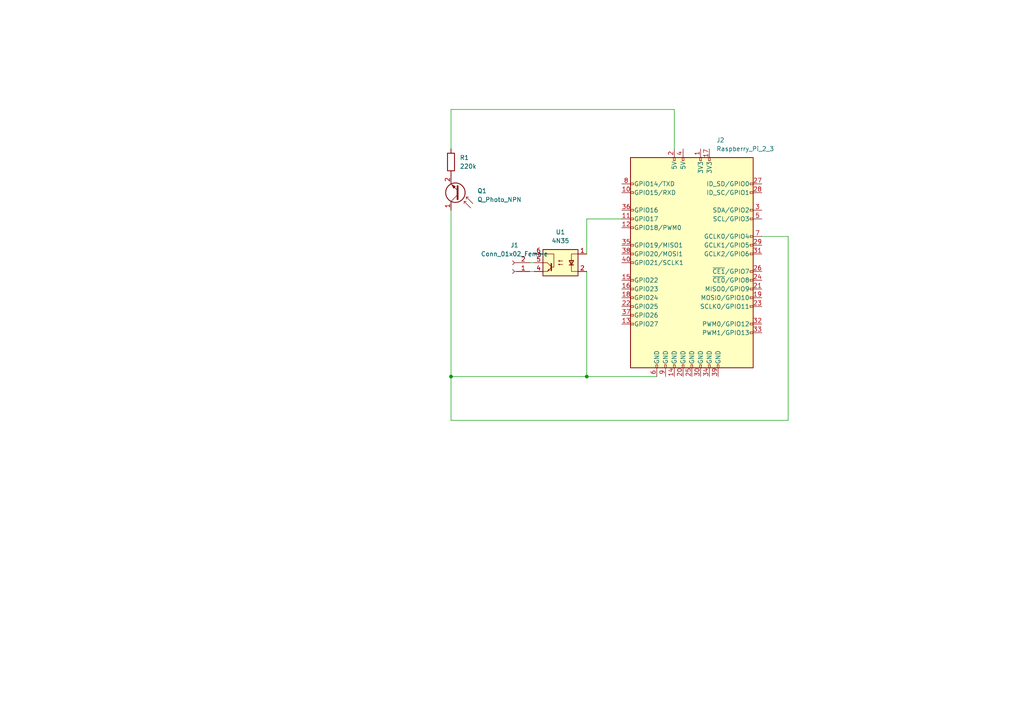
<source format=kicad_sch>
(kicad_sch (version 20211123) (generator eeschema)
  (paper "A4")
  (lib_symbols
    (symbol "Connector:Conn_01x02_Female" (pin_names (offset 1.016) hide)
      (property "Reference" "J" (at 0 2.54 0))
      (property "Value" "Conn_01x02_Female" (at 0 -5.08 0))
      (symbol "Conn_01x02_Female_1_1"
        (arc (start 0 -2.032) (mid -0.508 -2.54) (end 0 -3.048) (stroke (width 0.1524)))
        (polyline (pts (xy -1.27 -2.54) (xy -0.508 -2.54)) (stroke (width 0.1524)))
        (polyline (pts (xy -1.27 0) (xy -0.508 0)) (stroke (width 0.1524)))
        (arc (start 0 0.508) (mid -0.508 0) (end 0 -0.508) (stroke (width 0.1524)))
        (pin passive line (at -5.08 0 0) (length 3.81) (name "Pin_1") (number "1"))
        (pin passive line (at -5.08 -2.54 0) (length 3.81) (name "Pin_2") (number "2"))
      )
    )
    (symbol "Connector:Raspberry_Pi_2_3" (pin_names (offset 1.016))
      (property "Reference" "J" (at -17.78 31.75 0))
      (property "Value" "Raspberry_Pi_2_3" (at 10.16 -31.75 0))
      (symbol "Raspberry_Pi_2_3_0_1"
        (rectangle (start -17.78 30.48) (end 17.78 -30.48) (stroke (width 0.254)) (fill (type background)))
      )
      (symbol "Raspberry_Pi_2_3_1_1"
        (rectangle (start -16.891 -17.526) (end -17.78 -18.034))
        (rectangle (start -16.891 -14.986) (end -17.78 -15.494))
        (rectangle (start -16.891 -12.446) (end -17.78 -12.954))
        (rectangle (start -16.891 -9.906) (end -17.78 -10.414))
        (rectangle (start -16.891 -7.366) (end -17.78 -7.874))
        (rectangle (start -16.891 -4.826) (end -17.78 -5.334))
        (rectangle (start -16.891 0.254) (end -17.78 -0.254))
        (rectangle (start -16.891 2.794) (end -17.78 2.286))
        (rectangle (start -16.891 5.334) (end -17.78 4.826))
        (rectangle (start -16.891 10.414) (end -17.78 9.906))
        (rectangle (start -16.891 12.954) (end -17.78 12.446))
        (rectangle (start -16.891 15.494) (end -17.78 14.986))
        (rectangle (start -16.891 20.574) (end -17.78 20.066))
        (rectangle (start -16.891 23.114) (end -17.78 22.606))
        (rectangle (start -10.414 -29.591) (end -9.906 -30.48))
        (rectangle (start -7.874 -29.591) (end -7.366 -30.48))
        (rectangle (start -5.334 -29.591) (end -4.826 -30.48))
        (rectangle (start -5.334 30.48) (end -4.826 29.591))
        (rectangle (start -2.794 -29.591) (end -2.286 -30.48))
        (rectangle (start -2.794 30.48) (end -2.286 29.591))
        (rectangle (start -0.254 -29.591) (end 0.254 -30.48))
        (rectangle (start 2.286 -29.591) (end 2.794 -30.48))
        (rectangle (start 2.286 30.48) (end 2.794 29.591))
        (rectangle (start 4.826 -29.591) (end 5.334 -30.48))
        (rectangle (start 4.826 30.48) (end 5.334 29.591))
        (rectangle (start 7.366 -29.591) (end 7.874 -30.48))
        (rectangle (start 17.78 -20.066) (end 16.891 -20.574))
        (rectangle (start 17.78 -17.526) (end 16.891 -18.034))
        (rectangle (start 17.78 -12.446) (end 16.891 -12.954))
        (rectangle (start 17.78 -9.906) (end 16.891 -10.414))
        (rectangle (start 17.78 -7.366) (end 16.891 -7.874))
        (rectangle (start 17.78 -4.826) (end 16.891 -5.334))
        (rectangle (start 17.78 -2.286) (end 16.891 -2.794))
        (rectangle (start 17.78 2.794) (end 16.891 2.286))
        (rectangle (start 17.78 5.334) (end 16.891 4.826))
        (rectangle (start 17.78 7.874) (end 16.891 7.366))
        (rectangle (start 17.78 12.954) (end 16.891 12.446))
        (rectangle (start 17.78 15.494) (end 16.891 14.986))
        (rectangle (start 17.78 20.574) (end 16.891 20.066))
        (rectangle (start 17.78 23.114) (end 16.891 22.606))
        (pin power_in line (at 2.54 33.02 270) (length 2.54) (name "3V3") (number "1"))
        (pin bidirectional line (at -20.32 20.32 0) (length 2.54) (name "GPIO15/RXD") (number "10"))
        (pin bidirectional line (at -20.32 12.7 0) (length 2.54) (name "GPIO17") (number "11"))
        (pin bidirectional line (at -20.32 10.16 0) (length 2.54) (name "GPIO18/PWM0") (number "12"))
        (pin bidirectional line (at -20.32 -17.78 0) (length 2.54) (name "GPIO27") (number "13"))
        (pin power_in line (at -5.08 -33.02 90) (length 2.54) (name "GND") (number "14"))
        (pin bidirectional line (at -20.32 -5.08 0) (length 2.54) (name "GPIO22") (number "15"))
        (pin bidirectional line (at -20.32 -7.62 0) (length 2.54) (name "GPIO23") (number "16"))
        (pin power_in line (at 5.08 33.02 270) (length 2.54) (name "3V3") (number "17"))
        (pin bidirectional line (at -20.32 -10.16 0) (length 2.54) (name "GPIO24") (number "18"))
        (pin bidirectional line (at 20.32 -10.16 180) (length 2.54) (name "MOSI0/GPIO10") (number "19"))
        (pin power_in line (at -5.08 33.02 270) (length 2.54) (name "5V") (number "2"))
        (pin power_in line (at -2.54 -33.02 90) (length 2.54) (name "GND") (number "20"))
        (pin bidirectional line (at 20.32 -7.62 180) (length 2.54) (name "MISO0/GPIO9") (number "21"))
        (pin bidirectional line (at -20.32 -12.7 0) (length 2.54) (name "GPIO25") (number "22"))
        (pin bidirectional line (at 20.32 -12.7 180) (length 2.54) (name "SCLK0/GPIO11") (number "23"))
        (pin bidirectional line (at 20.32 -5.08 180) (length 2.54) (name "~{CE0}/GPIO8") (number "24"))
        (pin power_in line (at 0 -33.02 90) (length 2.54) (name "GND") (number "25"))
        (pin bidirectional line (at 20.32 -2.54 180) (length 2.54) (name "~{CE1}/GPIO7") (number "26"))
        (pin bidirectional line (at 20.32 22.86 180) (length 2.54) (name "ID_SD/GPIO0") (number "27"))
        (pin bidirectional line (at 20.32 20.32 180) (length 2.54) (name "ID_SC/GPIO1") (number "28"))
        (pin bidirectional line (at 20.32 5.08 180) (length 2.54) (name "GCLK1/GPIO5") (number "29"))
        (pin bidirectional line (at 20.32 15.24 180) (length 2.54) (name "SDA/GPIO2") (number "3"))
        (pin power_in line (at 2.54 -33.02 90) (length 2.54) (name "GND") (number "30"))
        (pin bidirectional line (at 20.32 2.54 180) (length 2.54) (name "GCLK2/GPIO6") (number "31"))
        (pin bidirectional line (at 20.32 -17.78 180) (length 2.54) (name "PWM0/GPIO12") (number "32"))
        (pin bidirectional line (at 20.32 -20.32 180) (length 2.54) (name "PWM1/GPIO13") (number "33"))
        (pin power_in line (at 5.08 -33.02 90) (length 2.54) (name "GND") (number "34"))
        (pin bidirectional line (at -20.32 5.08 0) (length 2.54) (name "GPIO19/MISO1") (number "35"))
        (pin bidirectional line (at -20.32 15.24 0) (length 2.54) (name "GPIO16") (number "36"))
        (pin bidirectional line (at -20.32 -15.24 0) (length 2.54) (name "GPIO26") (number "37"))
        (pin bidirectional line (at -20.32 2.54 0) (length 2.54) (name "GPIO20/MOSI1") (number "38"))
        (pin power_in line (at 7.62 -33.02 90) (length 2.54) (name "GND") (number "39"))
        (pin power_in line (at -2.54 33.02 270) (length 2.54) (name "5V") (number "4"))
        (pin bidirectional line (at -20.32 0 0) (length 2.54) (name "GPIO21/SCLK1") (number "40"))
        (pin bidirectional line (at 20.32 12.7 180) (length 2.54) (name "SCL/GPIO3") (number "5"))
        (pin power_in line (at -10.16 -33.02 90) (length 2.54) (name "GND") (number "6"))
        (pin bidirectional line (at 20.32 7.62 180) (length 2.54) (name "GCLK0/GPIO4") (number "7"))
        (pin bidirectional line (at -20.32 22.86 0) (length 2.54) (name "GPIO14/TXD") (number "8"))
        (pin power_in line (at -7.62 -33.02 90) (length 2.54) (name "GND") (number "9"))
      )
    )
    (symbol "Device:Q_Photo_NPN" (pin_names (offset 0) hide)
      (property "Reference" "Q" (at 5.08 1.27 0))
      (property "Value" "Q_Photo_NPN" (at 5.08 -1.27 0))
      (symbol "Q_Photo_NPN_0_1"
        (polyline (pts (xy -1.905 1.27) (xy -2.54 1.27)))
        (polyline (pts (xy -1.27 2.54) (xy -1.905 2.54)))
        (polyline (pts (xy 0.635 0.635) (xy 2.54 2.54)))
        (polyline (pts (xy -3.81 3.175) (xy -1.905 1.27) (xy -1.905 1.905)))
        (polyline (pts (xy -3.175 4.445) (xy -1.27 2.54) (xy -1.27 3.175)))
        (polyline (pts (xy 0.635 -0.635) (xy 2.54 -2.54) (xy 2.54 -2.54)))
        (polyline (pts (xy 0.635 1.905) (xy 0.635 -1.905) (xy 0.635 -1.905)) (stroke (width 0.508)))
        (polyline (pts (xy 1.27 -1.778) (xy 1.778 -1.27) (xy 2.286 -2.286) (xy 1.27 -1.778) (xy 1.27 -1.778)) (fill (type outline)))
        (circle (center 1.27 0) (radius 2.8194) (stroke (width 0.254)))
      )
      (symbol "Q_Photo_NPN_1_1"
        (pin passive line (at 2.54 5.08 270) (length 2.54) (name "C") (number "1"))
        (pin passive line (at 2.54 -5.08 90) (length 2.54) (name "E") (number "2"))
      )
    )
    (symbol "Device:R" (pin_numbers hide) (pin_names (offset 0))
      (property "Reference" "R" (at 2.032 0 90))
      (property "Value" "R" (at 0 0 90))
      (symbol "R_0_1"
        (rectangle (start -1.016 -2.54) (end 1.016 2.54) (stroke (width 0.254)))
      )
      (symbol "R_1_1"
        (pin passive line (at 0 3.81 270) (length 1.27) (name "~") (number "1"))
        (pin passive line (at 0 -3.81 90) (length 1.27) (name "~") (number "2"))
      )
    )
    (symbol "Isolator:4N35" (pin_names (offset 1.016))
      (property "Reference" "U" (at -5.08 5.08 0))
      (property "Value" "4N35" (at 0 5.08 0))
      (symbol "4N35_0_1"
        (rectangle (start -5.08 3.81) (end 5.08 -3.81) (stroke (width 0.254)) (fill (type background)))
        (polyline (pts (xy -3.81 -0.635) (xy -2.54 -0.635)) (stroke (width 0.254)))
        (polyline (pts (xy 2.667 -1.397) (xy 3.81 -2.54)))
        (polyline (pts (xy 2.667 -1.143) (xy 3.81 0)))
        (polyline (pts (xy 3.81 -2.54) (xy 5.08 -2.54)))
        (polyline (pts (xy 3.81 0) (xy 5.08 0)))
        (polyline (pts (xy 2.667 -0.254) (xy 2.667 -2.286) (xy 2.667 -2.286)) (stroke (width 0.3556)))
        (polyline (pts (xy -5.08 -2.54) (xy -3.175 -2.54) (xy -3.175 2.54) (xy -5.08 2.54)))
        (polyline (pts (xy -3.175 -0.635) (xy -3.81 0.635) (xy -2.54 0.635) (xy -3.175 -0.635)) (stroke (width 0.254)))
        (polyline (pts (xy 3.683 -2.413) (xy 3.429 -1.905) (xy 3.175 -2.159) (xy 3.683 -2.413)))
        (polyline (pts (xy 5.08 2.54) (xy 1.905 2.54) (xy 1.905 -1.27) (xy 2.54 -1.27)))
        (polyline (pts (xy -0.635 -0.508) (xy 0.635 -0.508) (xy 0.254 -0.635) (xy 0.254 -0.381) (xy 0.635 -0.508)))
        (polyline (pts (xy -0.635 0.508) (xy 0.635 0.508) (xy 0.254 0.381) (xy 0.254 0.635) (xy 0.635 0.508)))
      )
      (symbol "4N35_1_1"
        (pin passive line (at -7.62 2.54 0) (length 2.54) (name "~") (number "1"))
        (pin passive line (at -7.62 -2.54 0) (length 2.54) (name "~") (number "2"))
        (pin no_connect line (at -5.08 0 0) (length 2.54) hide (name "NC") (number "3"))
        (pin passive line (at 7.62 -2.54 180) (length 2.54) (name "~") (number "4"))
        (pin passive line (at 7.62 0 180) (length 2.54) (name "~") (number "5"))
        (pin passive line (at 7.62 2.54 180) (length 2.54) (name "~") (number "6"))
      )
    )
  )
  (junction (at 130.81 109.22))
  (junction (at 170.18 109.22))
  (wire (pts (xy 170.18 63.5) (xy 180.34 63.5)))
  (wire (pts (xy 228.6 68.58) (xy 228.6 121.92)))
  (wire (pts (xy 153.67 76.2) (xy 154.94 76.2)))
  (wire (pts (xy 170.18 78.74) (xy 170.18 109.22)))
  (wire (pts (xy 130.81 43.18) (xy 130.81 31.75)))
  (wire (pts (xy 170.18 109.22) (xy 130.81 109.22)))
  (wire (pts (xy 228.6 121.92) (xy 130.81 121.92)))
  (wire (pts (xy 190.5 109.22) (xy 170.18 109.22)))
  (wire (pts (xy 130.81 31.75) (xy 195.58 31.75)))
  (wire (pts (xy 220.98 68.58) (xy 228.6 68.58)))
  (wire (pts (xy 195.58 31.75) (xy 195.58 43.18)))
  (wire (pts (xy 130.81 109.22) (xy 130.81 60.96)))
  (wire (pts (xy 153.67 78.74) (xy 154.94 78.74)))
  (wire (pts (xy 170.18 73.66) (xy 170.18 63.5)))
  (wire (pts (xy 130.81 121.92) (xy 130.81 109.22)))
  (symbol (lib_id "Device:R") (at 130.81 46.99 0) (unit 1)
    (property "Reference" "R1" (at 133.35 45.7199 0) (effects (justify left)))
    (property "Value" "220k" (at 133.35 48.2599 0) (effects (justify left)))
  )
  (symbol (lib_id "Connector:Conn_01x02_Female") (at 148.59 78.74 180) (unit 1)
    (property "Reference" "J1" (at 149.225 71.12 0))
    (property "Value" "Conn_01x02_Female" (at 149.225 73.66 0))
  )
  (symbol (lib_id "Device:Q_Photo_NPN") (at 133.35 55.88 180) (unit 1)
    (property "Reference" "Q1" (at 138.43 55.3592 0) (effects (justify right)))
    (property "Value" "Q_Photo_NPN" (at 138.43 57.8992 0) (effects (justify right)))
  )
  (symbol (lib_id "Connector:Raspberry_Pi_2_3") (at 200.66 76.2 0) (unit 1)
    (property "Reference" "J2" (at 207.7594 40.64 0) (effects (justify left)))
    (property "Value" "Raspberry_Pi_2_3" (at 207.7594 43.18 0) (effects (justify left)))
    (property "Datasheet" "https://www.raspberrypi.org/documentation/hardware/raspberrypi/schematics/rpi_SCH_3bplus_1p0_reduced.pdf" (effects hide))
  )
  (symbol (lib_id "Isolator:4N35") (at 162.56 76.2 0) (mirror y) (unit 1)
    (property "Reference" "U1" (at 162.56 67.31 0))
    (property "Value" "4N35" (at 162.56 69.85 0))
    (property "Footprint" "Package_DIP:DIP-6_W7.62mm" (effects hide))
    (property "Datasheet" "https://www.vishay.com/docs/81181/4n35.pdf" (effects hide))
  )
)
</source>
